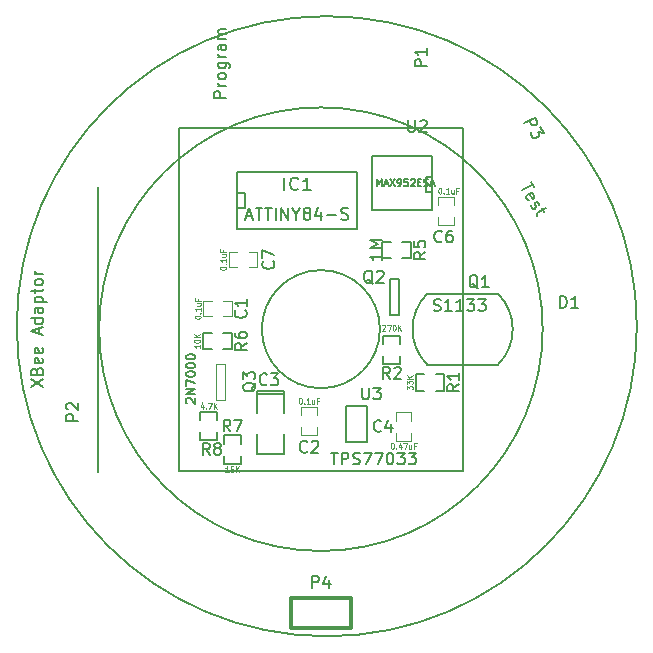
<source format=gbr>
%FSLAX46Y46*%
G04 Gerber Fmt 4.6, Leading zero omitted, Abs format (unit mm)*
G04 Created by KiCad (PCBNEW (2014-jul-16 BZR unknown)-product) date Wed 06 Aug 2014 23:01:27 CST*
%MOMM*%
G01*
G04 APERTURE LIST*
%ADD10C,0.150000*%
%ADD11C,0.200000*%
%ADD12C,0.127000*%
%ADD13C,0.304800*%
%ADD14C,0.119380*%
%ADD15C,0.203200*%
%ADD16C,0.114300*%
%ADD17C,0.129540*%
G04 APERTURE END LIST*
D10*
D11*
X205000000Y-100000000D02*
G75*
G03X205000000Y-100000000I-5000000J0D01*
G74*
G01*
X218776648Y-100000000D02*
G75*
G03X218776648Y-100000000I-18776648J0D01*
G74*
G01*
X181100000Y-112100000D02*
X181100000Y-88000000D01*
X188000000Y-83000000D02*
X188000000Y-112000000D01*
X212000000Y-83000000D02*
X188000000Y-83000000D01*
X212000000Y-112000000D02*
X212000000Y-83000000D01*
X188000000Y-112000000D02*
X212000000Y-112000000D01*
X226750000Y-99750000D02*
G75*
G03X226750000Y-99750000I-26250000J0D01*
G74*
G01*
D12*
X196893000Y-105460000D02*
X196893000Y-105206000D01*
X196893000Y-105206000D02*
X194607000Y-105206000D01*
X194607000Y-105206000D02*
X194607000Y-105460000D01*
X196893000Y-105460000D02*
X194607000Y-105460000D01*
X194607000Y-105460000D02*
X194607000Y-107111000D01*
X196893000Y-108889000D02*
X196893000Y-110540000D01*
X196893000Y-110540000D02*
X194607000Y-110540000D01*
X194607000Y-110540000D02*
X194607000Y-108889000D01*
X196893000Y-107111000D02*
X196893000Y-105460000D01*
X209440000Y-89886000D02*
X204360000Y-89886000D01*
X204360000Y-89886000D02*
X204360000Y-85314000D01*
X204360000Y-85314000D02*
X209440000Y-85314000D01*
X209440000Y-85314000D02*
X209440000Y-89886000D01*
X209440000Y-88362000D02*
X208932000Y-88362000D01*
X208932000Y-88362000D02*
X208932000Y-87092000D01*
X208932000Y-87092000D02*
X209440000Y-87092000D01*
X202111000Y-106476000D02*
X203889000Y-106476000D01*
X203889000Y-106476000D02*
X203889000Y-109524000D01*
X203889000Y-109524000D02*
X202111000Y-109524000D01*
X202111000Y-109524000D02*
X202111000Y-106476000D01*
D13*
X197460000Y-125270000D02*
X197460000Y-122730000D01*
X197460000Y-122730000D02*
X202540000Y-122730000D01*
X202540000Y-122730000D02*
X202540000Y-125270000D01*
X202540000Y-125270000D02*
X197460000Y-125270000D01*
D14*
X191750380Y-98900240D02*
X192448880Y-98900240D01*
X190749620Y-98900240D02*
X190051120Y-98900240D01*
X191750380Y-97599760D02*
X192448880Y-97599760D01*
X190051120Y-97599760D02*
X190749620Y-97599760D01*
X192448880Y-97615000D02*
X192448880Y-98885000D01*
X190051120Y-98885000D02*
X190051120Y-97615000D01*
X198349760Y-108250380D02*
X198349760Y-108948880D01*
X198349760Y-107249620D02*
X198349760Y-106551120D01*
X199650240Y-108250380D02*
X199650240Y-108948880D01*
X199650240Y-106551120D02*
X199650240Y-107249620D01*
X199635000Y-108948880D02*
X198365000Y-108948880D01*
X198365000Y-106551120D02*
X199635000Y-106551120D01*
X207650240Y-107749620D02*
X207650240Y-107051120D01*
X207650240Y-108750380D02*
X207650240Y-109448880D01*
X206349760Y-107749620D02*
X206349760Y-107051120D01*
X206349760Y-109448880D02*
X206349760Y-108750380D01*
X206365000Y-107051120D02*
X207635000Y-107051120D01*
X207635000Y-109448880D02*
X206365000Y-109448880D01*
D12*
X208749620Y-103801500D02*
X208043500Y-103801500D01*
X208043500Y-103801500D02*
X208043500Y-105198500D01*
X208043500Y-105198500D02*
X208749620Y-105198500D01*
X210456500Y-103801500D02*
X209750380Y-103801500D01*
X210456500Y-103801500D02*
X210456500Y-105198500D01*
X210456500Y-105198500D02*
X209750380Y-105198500D01*
X205301500Y-102250380D02*
X205301500Y-102956500D01*
X205301500Y-102956500D02*
X206698500Y-102956500D01*
X206698500Y-102956500D02*
X206698500Y-102250380D01*
X205301500Y-100543500D02*
X205301500Y-101249620D01*
X205301500Y-100543500D02*
X206698500Y-100543500D01*
X206698500Y-100543500D02*
X206698500Y-101249620D01*
X205899620Y-92601500D02*
X205193500Y-92601500D01*
X205193500Y-92601500D02*
X205193500Y-93998500D01*
X205193500Y-93998500D02*
X205899620Y-93998500D01*
X207606500Y-92601500D02*
X206900380Y-92601500D01*
X207606500Y-92601500D02*
X207606500Y-93998500D01*
X207606500Y-93998500D02*
X206900380Y-93998500D01*
X191801500Y-110700380D02*
X191801500Y-111406500D01*
X191801500Y-111406500D02*
X193198500Y-111406500D01*
X193198500Y-111406500D02*
X193198500Y-110700380D01*
X191801500Y-108993500D02*
X191801500Y-109699620D01*
X191801500Y-108993500D02*
X193198500Y-108993500D01*
X193198500Y-108993500D02*
X193198500Y-109699620D01*
X191198500Y-107699620D02*
X191198500Y-106993500D01*
X191198500Y-106993500D02*
X189801500Y-106993500D01*
X189801500Y-106993500D02*
X189801500Y-107699620D01*
X191198500Y-109406500D02*
X191198500Y-108700380D01*
X191198500Y-109406500D02*
X189801500Y-109406500D01*
X189801500Y-109406500D02*
X189801500Y-108700380D01*
X190749620Y-100301500D02*
X190043500Y-100301500D01*
X190043500Y-100301500D02*
X190043500Y-101698500D01*
X190043500Y-101698500D02*
X190749620Y-101698500D01*
X192456500Y-100301500D02*
X191750380Y-100301500D01*
X192456500Y-100301500D02*
X192456500Y-101698500D01*
X192456500Y-101698500D02*
X191750380Y-101698500D01*
D10*
X209000000Y-97000000D02*
G75*
G03X209000000Y-103000000I3000000J-3000000D01*
G74*
G01*
X215000000Y-103000000D02*
G75*
G03X215000000Y-97000000I-3000000J3000000D01*
G74*
G01*
X215000000Y-103000000D02*
X209000000Y-103000000D01*
X215000000Y-97000000D02*
X209000000Y-97000000D01*
D12*
X206631000Y-95726000D02*
X206631000Y-98774000D01*
X206631000Y-98774000D02*
X205869000Y-98774000D01*
X205869000Y-98774000D02*
X205869000Y-95726000D01*
X205869000Y-95726000D02*
X206631000Y-95726000D01*
D14*
X191119000Y-106024000D02*
X191119000Y-102976000D01*
X191119000Y-102976000D02*
X191881000Y-102976000D01*
X191881000Y-102976000D02*
X191881000Y-106024000D01*
X191881000Y-106024000D02*
X191119000Y-106024000D01*
D15*
X203080000Y-86714000D02*
X203080000Y-91540000D01*
X203080000Y-91540000D02*
X192920000Y-91540000D01*
X192920000Y-91540000D02*
X192920000Y-86714000D01*
X192920000Y-86714000D02*
X203080000Y-86714000D01*
X192920000Y-88492000D02*
X193555000Y-88492000D01*
X193555000Y-88492000D02*
X193555000Y-89762000D01*
X193555000Y-89762000D02*
X192920000Y-89762000D01*
D14*
X211250240Y-89499620D02*
X211250240Y-88801120D01*
X211250240Y-90500380D02*
X211250240Y-91198880D01*
X209949760Y-89499620D02*
X209949760Y-88801120D01*
X209949760Y-91198880D02*
X209949760Y-90500380D01*
X209965000Y-88801120D02*
X211235000Y-88801120D01*
X211235000Y-91198880D02*
X209965000Y-91198880D01*
X193900380Y-94750240D02*
X194598880Y-94750240D01*
X192899620Y-94750240D02*
X192201120Y-94750240D01*
X193900380Y-93449760D02*
X194598880Y-93449760D01*
X192201120Y-93449760D02*
X192899620Y-93449760D01*
X194598880Y-93465000D02*
X194598880Y-94735000D01*
X192201120Y-94735000D02*
X192201120Y-93465000D01*
D10*
X195433334Y-104657143D02*
X195385715Y-104704762D01*
X195242858Y-104752381D01*
X195147620Y-104752381D01*
X195004762Y-104704762D01*
X194909524Y-104609524D01*
X194861905Y-104514286D01*
X194814286Y-104323810D01*
X194814286Y-104180952D01*
X194861905Y-103990476D01*
X194909524Y-103895238D01*
X195004762Y-103800000D01*
X195147620Y-103752381D01*
X195242858Y-103752381D01*
X195385715Y-103800000D01*
X195433334Y-103847619D01*
X195766667Y-103752381D02*
X196385715Y-103752381D01*
X196052381Y-104133333D01*
X196195239Y-104133333D01*
X196290477Y-104180952D01*
X196338096Y-104228571D01*
X196385715Y-104323810D01*
X196385715Y-104561905D01*
X196338096Y-104657143D01*
X196290477Y-104704762D01*
X196195239Y-104752381D01*
X195909524Y-104752381D01*
X195814286Y-104704762D01*
X195766667Y-104657143D01*
X207388095Y-82302381D02*
X207388095Y-83111905D01*
X207435714Y-83207143D01*
X207483333Y-83254762D01*
X207578571Y-83302381D01*
X207769048Y-83302381D01*
X207864286Y-83254762D01*
X207911905Y-83207143D01*
X207959524Y-83111905D01*
X207959524Y-82302381D01*
X208388095Y-82397619D02*
X208435714Y-82350000D01*
X208530952Y-82302381D01*
X208769048Y-82302381D01*
X208864286Y-82350000D01*
X208911905Y-82397619D01*
X208959524Y-82492857D01*
X208959524Y-82588095D01*
X208911905Y-82730952D01*
X208340476Y-83302381D01*
X208959524Y-83302381D01*
X204735713Y-87871429D02*
X204735713Y-87271429D01*
X204935713Y-87700000D01*
X205135713Y-87271429D01*
X205135713Y-87871429D01*
X205392856Y-87700000D02*
X205678570Y-87700000D01*
X205335713Y-87871429D02*
X205535713Y-87271429D01*
X205735713Y-87871429D01*
X205878570Y-87271429D02*
X206278570Y-87871429D01*
X206278570Y-87271429D02*
X205878570Y-87871429D01*
X206535714Y-87871429D02*
X206649999Y-87871429D01*
X206707142Y-87842857D01*
X206735714Y-87814286D01*
X206792856Y-87728571D01*
X206821428Y-87614286D01*
X206821428Y-87385714D01*
X206792856Y-87328571D01*
X206764285Y-87300000D01*
X206707142Y-87271429D01*
X206592856Y-87271429D01*
X206535714Y-87300000D01*
X206507142Y-87328571D01*
X206478571Y-87385714D01*
X206478571Y-87528571D01*
X206507142Y-87585714D01*
X206535714Y-87614286D01*
X206592856Y-87642857D01*
X206707142Y-87642857D01*
X206764285Y-87614286D01*
X206792856Y-87585714D01*
X206821428Y-87528571D01*
X207364285Y-87271429D02*
X207078571Y-87271429D01*
X207050000Y-87557143D01*
X207078571Y-87528571D01*
X207135714Y-87500000D01*
X207278571Y-87500000D01*
X207335714Y-87528571D01*
X207364285Y-87557143D01*
X207392857Y-87614286D01*
X207392857Y-87757143D01*
X207364285Y-87814286D01*
X207335714Y-87842857D01*
X207278571Y-87871429D01*
X207135714Y-87871429D01*
X207078571Y-87842857D01*
X207050000Y-87814286D01*
X207621429Y-87328571D02*
X207650000Y-87300000D01*
X207707143Y-87271429D01*
X207850000Y-87271429D01*
X207907143Y-87300000D01*
X207935714Y-87328571D01*
X207964286Y-87385714D01*
X207964286Y-87442857D01*
X207935714Y-87528571D01*
X207592857Y-87871429D01*
X207964286Y-87871429D01*
X208221429Y-87557143D02*
X208421429Y-87557143D01*
X208507143Y-87871429D02*
X208221429Y-87871429D01*
X208221429Y-87271429D01*
X208507143Y-87271429D01*
X208735715Y-87842857D02*
X208821429Y-87871429D01*
X208964286Y-87871429D01*
X209021429Y-87842857D01*
X209050000Y-87814286D01*
X209078572Y-87757143D01*
X209078572Y-87700000D01*
X209050000Y-87642857D01*
X209021429Y-87614286D01*
X208964286Y-87585714D01*
X208850000Y-87557143D01*
X208792858Y-87528571D01*
X208764286Y-87500000D01*
X208735715Y-87442857D01*
X208735715Y-87385714D01*
X208764286Y-87328571D01*
X208792858Y-87300000D01*
X208850000Y-87271429D01*
X208992858Y-87271429D01*
X209078572Y-87300000D01*
X209307144Y-87700000D02*
X209592858Y-87700000D01*
X209250001Y-87871429D02*
X209450001Y-87271429D01*
X209650001Y-87871429D01*
X203488095Y-104952381D02*
X203488095Y-105761905D01*
X203535714Y-105857143D01*
X203583333Y-105904762D01*
X203678571Y-105952381D01*
X203869048Y-105952381D01*
X203964286Y-105904762D01*
X204011905Y-105857143D01*
X204059524Y-105761905D01*
X204059524Y-104952381D01*
X204440476Y-104952381D02*
X205059524Y-104952381D01*
X204726190Y-105333333D01*
X204869048Y-105333333D01*
X204964286Y-105380952D01*
X205011905Y-105428571D01*
X205059524Y-105523810D01*
X205059524Y-105761905D01*
X205011905Y-105857143D01*
X204964286Y-105904762D01*
X204869048Y-105952381D01*
X204583333Y-105952381D01*
X204488095Y-105904762D01*
X204440476Y-105857143D01*
X200857143Y-110452381D02*
X201428572Y-110452381D01*
X201142857Y-111452381D02*
X201142857Y-110452381D01*
X201761905Y-111452381D02*
X201761905Y-110452381D01*
X202142858Y-110452381D01*
X202238096Y-110500000D01*
X202285715Y-110547619D01*
X202333334Y-110642857D01*
X202333334Y-110785714D01*
X202285715Y-110880952D01*
X202238096Y-110928571D01*
X202142858Y-110976190D01*
X201761905Y-110976190D01*
X202714286Y-111404762D02*
X202857143Y-111452381D01*
X203095239Y-111452381D01*
X203190477Y-111404762D01*
X203238096Y-111357143D01*
X203285715Y-111261905D01*
X203285715Y-111166667D01*
X203238096Y-111071429D01*
X203190477Y-111023810D01*
X203095239Y-110976190D01*
X202904762Y-110928571D01*
X202809524Y-110880952D01*
X202761905Y-110833333D01*
X202714286Y-110738095D01*
X202714286Y-110642857D01*
X202761905Y-110547619D01*
X202809524Y-110500000D01*
X202904762Y-110452381D01*
X203142858Y-110452381D01*
X203285715Y-110500000D01*
X203619048Y-110452381D02*
X204285715Y-110452381D01*
X203857143Y-111452381D01*
X204571429Y-110452381D02*
X205238096Y-110452381D01*
X204809524Y-111452381D01*
X205809524Y-110452381D02*
X205904763Y-110452381D01*
X206000001Y-110500000D01*
X206047620Y-110547619D01*
X206095239Y-110642857D01*
X206142858Y-110833333D01*
X206142858Y-111071429D01*
X206095239Y-111261905D01*
X206047620Y-111357143D01*
X206000001Y-111404762D01*
X205904763Y-111452381D01*
X205809524Y-111452381D01*
X205714286Y-111404762D01*
X205666667Y-111357143D01*
X205619048Y-111261905D01*
X205571429Y-111071429D01*
X205571429Y-110833333D01*
X205619048Y-110642857D01*
X205666667Y-110547619D01*
X205714286Y-110500000D01*
X205809524Y-110452381D01*
X206476191Y-110452381D02*
X207095239Y-110452381D01*
X206761905Y-110833333D01*
X206904763Y-110833333D01*
X207000001Y-110880952D01*
X207047620Y-110928571D01*
X207095239Y-111023810D01*
X207095239Y-111261905D01*
X207047620Y-111357143D01*
X207000001Y-111404762D01*
X206904763Y-111452381D01*
X206619048Y-111452381D01*
X206523810Y-111404762D01*
X206476191Y-111357143D01*
X207428572Y-110452381D02*
X208047620Y-110452381D01*
X207714286Y-110833333D01*
X207857144Y-110833333D01*
X207952382Y-110880952D01*
X208000001Y-110928571D01*
X208047620Y-111023810D01*
X208047620Y-111261905D01*
X208000001Y-111357143D01*
X207952382Y-111404762D01*
X207857144Y-111452381D01*
X207571429Y-111452381D01*
X207476191Y-111404762D01*
X207428572Y-111357143D01*
X199261905Y-121912381D02*
X199261905Y-120912381D01*
X199642858Y-120912381D01*
X199738096Y-120960000D01*
X199785715Y-121007619D01*
X199833334Y-121102857D01*
X199833334Y-121245714D01*
X199785715Y-121340952D01*
X199738096Y-121388571D01*
X199642858Y-121436190D01*
X199261905Y-121436190D01*
X200690477Y-121245714D02*
X200690477Y-121912381D01*
X200452381Y-120864762D02*
X200214286Y-121579048D01*
X200833334Y-121579048D01*
X220261905Y-98202381D02*
X220261905Y-97202381D01*
X220500000Y-97202381D01*
X220642858Y-97250000D01*
X220738096Y-97345238D01*
X220785715Y-97440476D01*
X220833334Y-97630952D01*
X220833334Y-97773810D01*
X220785715Y-97964286D01*
X220738096Y-98059524D01*
X220642858Y-98154762D01*
X220500000Y-98202381D01*
X220261905Y-98202381D01*
X221785715Y-98202381D02*
X221214286Y-98202381D01*
X221500000Y-98202381D02*
X221500000Y-97202381D01*
X221404762Y-97345238D01*
X221309524Y-97440476D01*
X221214286Y-97488095D01*
X193607143Y-98416666D02*
X193654762Y-98464285D01*
X193702381Y-98607142D01*
X193702381Y-98702380D01*
X193654762Y-98845238D01*
X193559524Y-98940476D01*
X193464286Y-98988095D01*
X193273810Y-99035714D01*
X193130952Y-99035714D01*
X192940476Y-98988095D01*
X192845238Y-98940476D01*
X192750000Y-98845238D01*
X192702381Y-98702380D01*
X192702381Y-98607142D01*
X192750000Y-98464285D01*
X192797619Y-98416666D01*
X193702381Y-97464285D02*
X193702381Y-98035714D01*
X193702381Y-97750000D02*
X192702381Y-97750000D01*
X192845238Y-97845238D01*
X192940476Y-97940476D01*
X192988095Y-98035714D01*
D16*
X189320810Y-99001114D02*
X189320810Y-98957571D01*
X189345000Y-98914028D01*
X189369190Y-98892257D01*
X189417571Y-98870486D01*
X189514333Y-98848714D01*
X189635286Y-98848714D01*
X189732048Y-98870486D01*
X189780429Y-98892257D01*
X189804619Y-98914028D01*
X189828810Y-98957571D01*
X189828810Y-99001114D01*
X189804619Y-99044657D01*
X189780429Y-99066428D01*
X189732048Y-99088200D01*
X189635286Y-99109971D01*
X189514333Y-99109971D01*
X189417571Y-99088200D01*
X189369190Y-99066428D01*
X189345000Y-99044657D01*
X189320810Y-99001114D01*
X189780429Y-98652771D02*
X189804619Y-98630999D01*
X189828810Y-98652771D01*
X189804619Y-98674542D01*
X189780429Y-98652771D01*
X189828810Y-98652771D01*
X189828810Y-98195571D02*
X189828810Y-98456828D01*
X189828810Y-98326200D02*
X189320810Y-98326200D01*
X189393381Y-98369743D01*
X189441762Y-98413285D01*
X189465952Y-98456828D01*
X189490143Y-97803685D02*
X189828810Y-97803685D01*
X189490143Y-97999628D02*
X189756238Y-97999628D01*
X189804619Y-97977856D01*
X189828810Y-97934314D01*
X189828810Y-97868999D01*
X189804619Y-97825456D01*
X189780429Y-97803685D01*
X189562714Y-97433571D02*
X189562714Y-97585971D01*
X189828810Y-97585971D02*
X189320810Y-97585971D01*
X189320810Y-97368257D01*
D10*
X198833334Y-110357143D02*
X198785715Y-110404762D01*
X198642858Y-110452381D01*
X198547620Y-110452381D01*
X198404762Y-110404762D01*
X198309524Y-110309524D01*
X198261905Y-110214286D01*
X198214286Y-110023810D01*
X198214286Y-109880952D01*
X198261905Y-109690476D01*
X198309524Y-109595238D01*
X198404762Y-109500000D01*
X198547620Y-109452381D01*
X198642858Y-109452381D01*
X198785715Y-109500000D01*
X198833334Y-109547619D01*
X199214286Y-109547619D02*
X199261905Y-109500000D01*
X199357143Y-109452381D01*
X199595239Y-109452381D01*
X199690477Y-109500000D01*
X199738096Y-109547619D01*
X199785715Y-109642857D01*
X199785715Y-109738095D01*
X199738096Y-109880952D01*
X199166667Y-110452381D01*
X199785715Y-110452381D01*
D16*
X198248886Y-105820810D02*
X198292429Y-105820810D01*
X198335972Y-105845000D01*
X198357743Y-105869190D01*
X198379514Y-105917571D01*
X198401286Y-106014333D01*
X198401286Y-106135286D01*
X198379514Y-106232048D01*
X198357743Y-106280429D01*
X198335972Y-106304619D01*
X198292429Y-106328810D01*
X198248886Y-106328810D01*
X198205343Y-106304619D01*
X198183572Y-106280429D01*
X198161800Y-106232048D01*
X198140029Y-106135286D01*
X198140029Y-106014333D01*
X198161800Y-105917571D01*
X198183572Y-105869190D01*
X198205343Y-105845000D01*
X198248886Y-105820810D01*
X198597229Y-106280429D02*
X198619001Y-106304619D01*
X198597229Y-106328810D01*
X198575458Y-106304619D01*
X198597229Y-106280429D01*
X198597229Y-106328810D01*
X199054429Y-106328810D02*
X198793172Y-106328810D01*
X198923800Y-106328810D02*
X198923800Y-105820810D01*
X198880257Y-105893381D01*
X198836715Y-105941762D01*
X198793172Y-105965952D01*
X199446315Y-105990143D02*
X199446315Y-106328810D01*
X199250372Y-105990143D02*
X199250372Y-106256238D01*
X199272144Y-106304619D01*
X199315686Y-106328810D01*
X199381001Y-106328810D01*
X199424544Y-106304619D01*
X199446315Y-106280429D01*
X199816429Y-106062714D02*
X199664029Y-106062714D01*
X199664029Y-106328810D02*
X199664029Y-105820810D01*
X199881743Y-105820810D01*
D10*
X205083334Y-108607143D02*
X205035715Y-108654762D01*
X204892858Y-108702381D01*
X204797620Y-108702381D01*
X204654762Y-108654762D01*
X204559524Y-108559524D01*
X204511905Y-108464286D01*
X204464286Y-108273810D01*
X204464286Y-108130952D01*
X204511905Y-107940476D01*
X204559524Y-107845238D01*
X204654762Y-107750000D01*
X204797620Y-107702381D01*
X204892858Y-107702381D01*
X205035715Y-107750000D01*
X205083334Y-107797619D01*
X205940477Y-108035714D02*
X205940477Y-108702381D01*
X205702381Y-107654762D02*
X205464286Y-108369048D01*
X206083334Y-108369048D01*
D16*
X206031171Y-109622810D02*
X206074714Y-109622810D01*
X206118257Y-109647000D01*
X206140028Y-109671190D01*
X206161799Y-109719571D01*
X206183571Y-109816333D01*
X206183571Y-109937286D01*
X206161799Y-110034048D01*
X206140028Y-110082429D01*
X206118257Y-110106619D01*
X206074714Y-110130810D01*
X206031171Y-110130810D01*
X205987628Y-110106619D01*
X205965857Y-110082429D01*
X205944085Y-110034048D01*
X205922314Y-109937286D01*
X205922314Y-109816333D01*
X205944085Y-109719571D01*
X205965857Y-109671190D01*
X205987628Y-109647000D01*
X206031171Y-109622810D01*
X206379514Y-110082429D02*
X206401286Y-110106619D01*
X206379514Y-110130810D01*
X206357743Y-110106619D01*
X206379514Y-110082429D01*
X206379514Y-110130810D01*
X206793171Y-109792143D02*
X206793171Y-110130810D01*
X206684314Y-109598619D02*
X206575457Y-109961476D01*
X206858485Y-109961476D01*
X206989114Y-109622810D02*
X207293914Y-109622810D01*
X207097971Y-110130810D01*
X207664029Y-109792143D02*
X207664029Y-110130810D01*
X207468086Y-109792143D02*
X207468086Y-110058238D01*
X207489858Y-110106619D01*
X207533400Y-110130810D01*
X207598715Y-110130810D01*
X207642258Y-110106619D01*
X207664029Y-110082429D01*
X208034143Y-109864714D02*
X207881743Y-109864714D01*
X207881743Y-110130810D02*
X207881743Y-109622810D01*
X208099457Y-109622810D01*
D10*
X211702381Y-104666666D02*
X211226190Y-105000000D01*
X211702381Y-105238095D02*
X210702381Y-105238095D01*
X210702381Y-104857142D01*
X210750000Y-104761904D01*
X210797619Y-104714285D01*
X210892857Y-104666666D01*
X211035714Y-104666666D01*
X211130952Y-104714285D01*
X211178571Y-104761904D01*
X211226190Y-104857142D01*
X211226190Y-105238095D01*
X211702381Y-103714285D02*
X211702381Y-104285714D01*
X211702381Y-104000000D02*
X210702381Y-104000000D01*
X210845238Y-104095238D01*
X210940476Y-104190476D01*
X210988095Y-104285714D01*
D16*
X207272550Y-105098715D02*
X207272550Y-104815686D01*
X207466073Y-104968086D01*
X207466073Y-104902772D01*
X207490264Y-104859229D01*
X207514454Y-104837458D01*
X207562835Y-104815686D01*
X207683788Y-104815686D01*
X207732169Y-104837458D01*
X207756359Y-104859229D01*
X207780550Y-104902772D01*
X207780550Y-105033400D01*
X207756359Y-105076943D01*
X207732169Y-105098715D01*
X207272550Y-104663286D02*
X207272550Y-104380257D01*
X207466073Y-104532657D01*
X207466073Y-104467343D01*
X207490264Y-104423800D01*
X207514454Y-104402029D01*
X207562835Y-104380257D01*
X207683788Y-104380257D01*
X207732169Y-104402029D01*
X207756359Y-104423800D01*
X207780550Y-104467343D01*
X207780550Y-104597971D01*
X207756359Y-104641514D01*
X207732169Y-104663286D01*
X207780550Y-104184314D02*
X207272550Y-104184314D01*
X207780550Y-103923057D02*
X207490264Y-104119000D01*
X207272550Y-103923057D02*
X207562835Y-104184314D01*
D10*
X205833334Y-104202381D02*
X205500000Y-103726190D01*
X205261905Y-104202381D02*
X205261905Y-103202381D01*
X205642858Y-103202381D01*
X205738096Y-103250000D01*
X205785715Y-103297619D01*
X205833334Y-103392857D01*
X205833334Y-103535714D01*
X205785715Y-103630952D01*
X205738096Y-103678571D01*
X205642858Y-103726190D01*
X205261905Y-103726190D01*
X206214286Y-103297619D02*
X206261905Y-103250000D01*
X206357143Y-103202381D01*
X206595239Y-103202381D01*
X206690477Y-103250000D01*
X206738096Y-103297619D01*
X206785715Y-103392857D01*
X206785715Y-103488095D01*
X206738096Y-103630952D01*
X206166667Y-104202381D01*
X206785715Y-104202381D01*
D16*
X205205343Y-99670190D02*
X205227114Y-99646000D01*
X205270657Y-99621810D01*
X205379514Y-99621810D01*
X205423057Y-99646000D01*
X205444828Y-99670190D01*
X205466600Y-99718571D01*
X205466600Y-99766952D01*
X205444828Y-99839524D01*
X205183571Y-100129810D01*
X205466600Y-100129810D01*
X205619000Y-99621810D02*
X205923800Y-99621810D01*
X205727857Y-100129810D01*
X206185058Y-99621810D02*
X206228601Y-99621810D01*
X206272144Y-99646000D01*
X206293915Y-99670190D01*
X206315686Y-99718571D01*
X206337458Y-99815333D01*
X206337458Y-99936286D01*
X206315686Y-100033048D01*
X206293915Y-100081429D01*
X206272144Y-100105619D01*
X206228601Y-100129810D01*
X206185058Y-100129810D01*
X206141515Y-100105619D01*
X206119744Y-100081429D01*
X206097972Y-100033048D01*
X206076201Y-99936286D01*
X206076201Y-99815333D01*
X206097972Y-99718571D01*
X206119744Y-99670190D01*
X206141515Y-99646000D01*
X206185058Y-99621810D01*
X206533401Y-100129810D02*
X206533401Y-99621810D01*
X206794658Y-100129810D02*
X206598715Y-99839524D01*
X206794658Y-99621810D02*
X206533401Y-99912095D01*
D10*
X208852381Y-93466666D02*
X208376190Y-93800000D01*
X208852381Y-94038095D02*
X207852381Y-94038095D01*
X207852381Y-93657142D01*
X207900000Y-93561904D01*
X207947619Y-93514285D01*
X208042857Y-93466666D01*
X208185714Y-93466666D01*
X208280952Y-93514285D01*
X208328571Y-93561904D01*
X208376190Y-93657142D01*
X208376190Y-94038095D01*
X207852381Y-92561904D02*
X207852381Y-93038095D01*
X208328571Y-93085714D01*
X208280952Y-93038095D01*
X208233333Y-92942857D01*
X208233333Y-92704761D01*
X208280952Y-92609523D01*
X208328571Y-92561904D01*
X208423810Y-92514285D01*
X208661905Y-92514285D01*
X208757143Y-92561904D01*
X208804762Y-92609523D01*
X208852381Y-92704761D01*
X208852381Y-92942857D01*
X208804762Y-93038095D01*
X208757143Y-93085714D01*
X205153121Y-93585714D02*
X205153121Y-94157143D01*
X205153121Y-93871429D02*
X204153121Y-93871429D01*
X204295978Y-93966667D01*
X204391216Y-94061905D01*
X204438835Y-94157143D01*
X205153121Y-93157143D02*
X204153121Y-93157143D01*
X204867407Y-92823809D01*
X204153121Y-92490476D01*
X205153121Y-92490476D01*
X192333334Y-108652381D02*
X192000000Y-108176190D01*
X191761905Y-108652381D02*
X191761905Y-107652381D01*
X192142858Y-107652381D01*
X192238096Y-107700000D01*
X192285715Y-107747619D01*
X192333334Y-107842857D01*
X192333334Y-107985714D01*
X192285715Y-108080952D01*
X192238096Y-108128571D01*
X192142858Y-108176190D01*
X191761905Y-108176190D01*
X192666667Y-107652381D02*
X193333334Y-107652381D01*
X192904762Y-108652381D01*
D16*
X192184314Y-112129070D02*
X191923057Y-112129070D01*
X192053685Y-112129070D02*
X192053685Y-111621070D01*
X192010142Y-111693641D01*
X191966600Y-111742022D01*
X191923057Y-111766212D01*
X192597971Y-111621070D02*
X192380257Y-111621070D01*
X192358486Y-111862974D01*
X192380257Y-111838784D01*
X192423800Y-111814593D01*
X192532657Y-111814593D01*
X192576200Y-111838784D01*
X192597971Y-111862974D01*
X192619743Y-111911355D01*
X192619743Y-112032308D01*
X192597971Y-112080689D01*
X192576200Y-112104879D01*
X192532657Y-112129070D01*
X192423800Y-112129070D01*
X192380257Y-112104879D01*
X192358486Y-112080689D01*
X192815686Y-112129070D02*
X192815686Y-111621070D01*
X193076943Y-112129070D02*
X192881000Y-111838784D01*
X193076943Y-111621070D02*
X192815686Y-111911355D01*
D10*
X190583334Y-110652381D02*
X190250000Y-110176190D01*
X190011905Y-110652381D02*
X190011905Y-109652381D01*
X190392858Y-109652381D01*
X190488096Y-109700000D01*
X190535715Y-109747619D01*
X190583334Y-109842857D01*
X190583334Y-109985714D01*
X190535715Y-110080952D01*
X190488096Y-110128571D01*
X190392858Y-110176190D01*
X190011905Y-110176190D01*
X191154762Y-110080952D02*
X191059524Y-110033333D01*
X191011905Y-109985714D01*
X190964286Y-109890476D01*
X190964286Y-109842857D01*
X191011905Y-109747619D01*
X191059524Y-109700000D01*
X191154762Y-109652381D01*
X191345239Y-109652381D01*
X191440477Y-109700000D01*
X191488096Y-109747619D01*
X191535715Y-109842857D01*
X191535715Y-109890476D01*
X191488096Y-109985714D01*
X191440477Y-110033333D01*
X191345239Y-110080952D01*
X191154762Y-110080952D01*
X191059524Y-110128571D01*
X191011905Y-110176190D01*
X190964286Y-110271429D01*
X190964286Y-110461905D01*
X191011905Y-110557143D01*
X191059524Y-110604762D01*
X191154762Y-110652381D01*
X191345239Y-110652381D01*
X191440477Y-110604762D01*
X191488096Y-110557143D01*
X191535715Y-110461905D01*
X191535715Y-110271429D01*
X191488096Y-110176190D01*
X191440477Y-110128571D01*
X191345239Y-110080952D01*
D16*
X190031914Y-106391883D02*
X190031914Y-106730550D01*
X189923057Y-106198359D02*
X189814200Y-106561216D01*
X190097228Y-106561216D01*
X190271400Y-106682169D02*
X190293172Y-106706359D01*
X190271400Y-106730550D01*
X190249629Y-106706359D01*
X190271400Y-106682169D01*
X190271400Y-106730550D01*
X190445571Y-106222550D02*
X190750371Y-106222550D01*
X190554428Y-106730550D01*
X190924543Y-106730550D02*
X190924543Y-106222550D01*
X191185800Y-106730550D02*
X190989857Y-106440264D01*
X191185800Y-106222550D02*
X190924543Y-106512835D01*
D10*
X193702381Y-101166666D02*
X193226190Y-101500000D01*
X193702381Y-101738095D02*
X192702381Y-101738095D01*
X192702381Y-101357142D01*
X192750000Y-101261904D01*
X192797619Y-101214285D01*
X192892857Y-101166666D01*
X193035714Y-101166666D01*
X193130952Y-101214285D01*
X193178571Y-101261904D01*
X193226190Y-101357142D01*
X193226190Y-101738095D01*
X192702381Y-100309523D02*
X192702381Y-100500000D01*
X192750000Y-100595238D01*
X192797619Y-100642857D01*
X192940476Y-100738095D01*
X193130952Y-100785714D01*
X193511905Y-100785714D01*
X193607143Y-100738095D01*
X193654762Y-100690476D01*
X193702381Y-100595238D01*
X193702381Y-100404761D01*
X193654762Y-100309523D01*
X193607143Y-100261904D01*
X193511905Y-100214285D01*
X193273810Y-100214285D01*
X193178571Y-100261904D01*
X193130952Y-100309523D01*
X193083333Y-100404761D01*
X193083333Y-100595238D01*
X193130952Y-100690476D01*
X193178571Y-100738095D01*
X193273810Y-100785714D01*
D16*
X189780550Y-101315686D02*
X189780550Y-101576943D01*
X189780550Y-101446315D02*
X189272550Y-101446315D01*
X189345121Y-101489858D01*
X189393502Y-101533400D01*
X189417692Y-101576943D01*
X189272550Y-101032657D02*
X189272550Y-100989114D01*
X189296740Y-100945571D01*
X189320930Y-100923800D01*
X189369311Y-100902029D01*
X189466073Y-100880257D01*
X189587026Y-100880257D01*
X189683788Y-100902029D01*
X189732169Y-100923800D01*
X189756359Y-100945571D01*
X189780550Y-100989114D01*
X189780550Y-101032657D01*
X189756359Y-101076200D01*
X189732169Y-101097971D01*
X189683788Y-101119743D01*
X189587026Y-101141514D01*
X189466073Y-101141514D01*
X189369311Y-101119743D01*
X189320930Y-101097971D01*
X189296740Y-101076200D01*
X189272550Y-101032657D01*
X189780550Y-100684314D02*
X189272550Y-100684314D01*
X189780550Y-100423057D02*
X189490264Y-100619000D01*
X189272550Y-100423057D02*
X189562835Y-100684314D01*
D10*
X213304762Y-96547619D02*
X213209524Y-96500000D01*
X213114286Y-96404762D01*
X212971429Y-96261905D01*
X212876190Y-96214286D01*
X212780952Y-96214286D01*
X212828571Y-96452381D02*
X212733333Y-96404762D01*
X212638095Y-96309524D01*
X212590476Y-96119048D01*
X212590476Y-95785714D01*
X212638095Y-95595238D01*
X212733333Y-95500000D01*
X212828571Y-95452381D01*
X213019048Y-95452381D01*
X213114286Y-95500000D01*
X213209524Y-95595238D01*
X213257143Y-95785714D01*
X213257143Y-96119048D01*
X213209524Y-96309524D01*
X213114286Y-96404762D01*
X213019048Y-96452381D01*
X212828571Y-96452381D01*
X214209524Y-96452381D02*
X213638095Y-96452381D01*
X213923809Y-96452381D02*
X213923809Y-95452381D01*
X213828571Y-95595238D01*
X213733333Y-95690476D01*
X213638095Y-95738095D01*
X209559524Y-98404762D02*
X209702381Y-98452381D01*
X209940477Y-98452381D01*
X210035715Y-98404762D01*
X210083334Y-98357143D01*
X210130953Y-98261905D01*
X210130953Y-98166667D01*
X210083334Y-98071429D01*
X210035715Y-98023810D01*
X209940477Y-97976190D01*
X209750000Y-97928571D01*
X209654762Y-97880952D01*
X209607143Y-97833333D01*
X209559524Y-97738095D01*
X209559524Y-97642857D01*
X209607143Y-97547619D01*
X209654762Y-97500000D01*
X209750000Y-97452381D01*
X209988096Y-97452381D01*
X210130953Y-97500000D01*
X211083334Y-98452381D02*
X210511905Y-98452381D01*
X210797619Y-98452381D02*
X210797619Y-97452381D01*
X210702381Y-97595238D01*
X210607143Y-97690476D01*
X210511905Y-97738095D01*
X212035715Y-98452381D02*
X211464286Y-98452381D01*
X211750000Y-98452381D02*
X211750000Y-97452381D01*
X211654762Y-97595238D01*
X211559524Y-97690476D01*
X211464286Y-97738095D01*
X212369048Y-97452381D02*
X212988096Y-97452381D01*
X212654762Y-97833333D01*
X212797620Y-97833333D01*
X212892858Y-97880952D01*
X212940477Y-97928571D01*
X212988096Y-98023810D01*
X212988096Y-98261905D01*
X212940477Y-98357143D01*
X212892858Y-98404762D01*
X212797620Y-98452381D01*
X212511905Y-98452381D01*
X212416667Y-98404762D01*
X212369048Y-98357143D01*
X213321429Y-97452381D02*
X213940477Y-97452381D01*
X213607143Y-97833333D01*
X213750001Y-97833333D01*
X213845239Y-97880952D01*
X213892858Y-97928571D01*
X213940477Y-98023810D01*
X213940477Y-98261905D01*
X213892858Y-98357143D01*
X213845239Y-98404762D01*
X213750001Y-98452381D01*
X213464286Y-98452381D01*
X213369048Y-98404762D01*
X213321429Y-98357143D01*
X179452381Y-107738095D02*
X178452381Y-107738095D01*
X178452381Y-107357142D01*
X178500000Y-107261904D01*
X178547619Y-107214285D01*
X178642857Y-107166666D01*
X178785714Y-107166666D01*
X178880952Y-107214285D01*
X178928571Y-107261904D01*
X178976190Y-107357142D01*
X178976190Y-107738095D01*
X178547619Y-106785714D02*
X178500000Y-106738095D01*
X178452381Y-106642857D01*
X178452381Y-106404761D01*
X178500000Y-106309523D01*
X178547619Y-106261904D01*
X178642857Y-106214285D01*
X178738095Y-106214285D01*
X178880952Y-106261904D01*
X179452381Y-106833333D01*
X179452381Y-106214285D01*
X175452381Y-104904763D02*
X176452381Y-104238096D01*
X175452381Y-104238096D02*
X176452381Y-104904763D01*
X175928571Y-103523810D02*
X175976190Y-103380953D01*
X176023810Y-103333334D01*
X176119048Y-103285715D01*
X176261905Y-103285715D01*
X176357143Y-103333334D01*
X176404762Y-103380953D01*
X176452381Y-103476191D01*
X176452381Y-103857144D01*
X175452381Y-103857144D01*
X175452381Y-103523810D01*
X175500000Y-103428572D01*
X175547619Y-103380953D01*
X175642857Y-103333334D01*
X175738095Y-103333334D01*
X175833333Y-103380953D01*
X175880952Y-103428572D01*
X175928571Y-103523810D01*
X175928571Y-103857144D01*
X176404762Y-102476191D02*
X176452381Y-102571429D01*
X176452381Y-102761906D01*
X176404762Y-102857144D01*
X176309524Y-102904763D01*
X175928571Y-102904763D01*
X175833333Y-102857144D01*
X175785714Y-102761906D01*
X175785714Y-102571429D01*
X175833333Y-102476191D01*
X175928571Y-102428572D01*
X176023810Y-102428572D01*
X176119048Y-102904763D01*
X176404762Y-101619048D02*
X176452381Y-101714286D01*
X176452381Y-101904763D01*
X176404762Y-102000001D01*
X176309524Y-102047620D01*
X175928571Y-102047620D01*
X175833333Y-102000001D01*
X175785714Y-101904763D01*
X175785714Y-101714286D01*
X175833333Y-101619048D01*
X175928571Y-101571429D01*
X176023810Y-101571429D01*
X176119048Y-102047620D01*
X176166667Y-100428572D02*
X176166667Y-99952381D01*
X176452381Y-100523810D02*
X175452381Y-100190477D01*
X176452381Y-99857143D01*
X176452381Y-99095238D02*
X175452381Y-99095238D01*
X176404762Y-99095238D02*
X176452381Y-99190476D01*
X176452381Y-99380953D01*
X176404762Y-99476191D01*
X176357143Y-99523810D01*
X176261905Y-99571429D01*
X175976190Y-99571429D01*
X175880952Y-99523810D01*
X175833333Y-99476191D01*
X175785714Y-99380953D01*
X175785714Y-99190476D01*
X175833333Y-99095238D01*
X176452381Y-98190476D02*
X175928571Y-98190476D01*
X175833333Y-98238095D01*
X175785714Y-98333333D01*
X175785714Y-98523810D01*
X175833333Y-98619048D01*
X176404762Y-98190476D02*
X176452381Y-98285714D01*
X176452381Y-98523810D01*
X176404762Y-98619048D01*
X176309524Y-98666667D01*
X176214286Y-98666667D01*
X176119048Y-98619048D01*
X176071429Y-98523810D01*
X176071429Y-98285714D01*
X176023810Y-98190476D01*
X175785714Y-97714286D02*
X176785714Y-97714286D01*
X175833333Y-97714286D02*
X175785714Y-97619048D01*
X175785714Y-97428571D01*
X175833333Y-97333333D01*
X175880952Y-97285714D01*
X175976190Y-97238095D01*
X176261905Y-97238095D01*
X176357143Y-97285714D01*
X176404762Y-97333333D01*
X176452381Y-97428571D01*
X176452381Y-97619048D01*
X176404762Y-97714286D01*
X175785714Y-96952381D02*
X175785714Y-96571429D01*
X175452381Y-96809524D02*
X176309524Y-96809524D01*
X176404762Y-96761905D01*
X176452381Y-96666667D01*
X176452381Y-96571429D01*
X176452381Y-96095238D02*
X176404762Y-96190476D01*
X176357143Y-96238095D01*
X176261905Y-96285714D01*
X175976190Y-96285714D01*
X175880952Y-96238095D01*
X175833333Y-96190476D01*
X175785714Y-96095238D01*
X175785714Y-95952380D01*
X175833333Y-95857142D01*
X175880952Y-95809523D01*
X175976190Y-95761904D01*
X176261905Y-95761904D01*
X176357143Y-95809523D01*
X176404762Y-95857142D01*
X176452381Y-95952380D01*
X176452381Y-96095238D01*
X176452381Y-95333333D02*
X175785714Y-95333333D01*
X175976190Y-95333333D02*
X175880952Y-95285714D01*
X175833333Y-95238095D01*
X175785714Y-95142857D01*
X175785714Y-95047618D01*
X217239179Y-82586981D02*
X218105204Y-82086981D01*
X218295681Y-82416896D01*
X218302061Y-82523184D01*
X218284631Y-82588233D01*
X218225962Y-82677092D01*
X218102244Y-82748520D01*
X217995956Y-82754900D01*
X217930907Y-82737470D01*
X217842049Y-82678801D01*
X217651573Y-82348886D01*
X218557585Y-82870528D02*
X218867109Y-83406640D01*
X218370528Y-83308440D01*
X218441957Y-83432159D01*
X218448337Y-83538447D01*
X218430907Y-83603495D01*
X218372237Y-83692354D01*
X218166041Y-83811402D01*
X218059753Y-83817781D01*
X217994704Y-83800352D01*
X217905846Y-83741683D01*
X217762989Y-83494246D01*
X217756609Y-83387958D01*
X217774039Y-83322909D01*
X217771871Y-87509631D02*
X218057585Y-88004503D01*
X217048703Y-88257067D02*
X217914728Y-87757067D01*
X217589942Y-89099283D02*
X217501084Y-89040614D01*
X217405846Y-88875656D01*
X217399466Y-88769368D01*
X217458135Y-88680510D01*
X217788050Y-88490034D01*
X217894338Y-88483654D01*
X217983196Y-88542323D01*
X218078435Y-88707281D01*
X218084814Y-88813569D01*
X218026145Y-88902427D01*
X217943666Y-88950047D01*
X217623092Y-88585272D01*
X217804228Y-89470437D02*
X217810608Y-89576725D01*
X217905846Y-89741682D01*
X217994704Y-89800352D01*
X218100992Y-89793972D01*
X218142232Y-89770162D01*
X218200901Y-89681304D01*
X218194520Y-89575015D01*
X218123092Y-89451297D01*
X218116712Y-89345009D01*
X218175382Y-89256151D01*
X218216621Y-89232341D01*
X218322909Y-89225961D01*
X218411768Y-89284630D01*
X218483196Y-89408348D01*
X218489576Y-89514637D01*
X218697482Y-89779502D02*
X218887958Y-90109417D01*
X219057585Y-89736554D02*
X218315278Y-90165125D01*
X218256609Y-90253984D01*
X218262989Y-90360272D01*
X218310608Y-90442750D01*
X208952381Y-77738095D02*
X207952381Y-77738095D01*
X207952381Y-77357142D01*
X208000000Y-77261904D01*
X208047619Y-77214285D01*
X208142857Y-77166666D01*
X208285714Y-77166666D01*
X208380952Y-77214285D01*
X208428571Y-77261904D01*
X208476190Y-77357142D01*
X208476190Y-77738095D01*
X208952381Y-76214285D02*
X208952381Y-76785714D01*
X208952381Y-76500000D02*
X207952381Y-76500000D01*
X208095238Y-76595238D01*
X208190476Y-76690476D01*
X208238095Y-76785714D01*
X191952381Y-80404762D02*
X190952381Y-80404762D01*
X190952381Y-80023809D01*
X191000000Y-79928571D01*
X191047619Y-79880952D01*
X191142857Y-79833333D01*
X191285714Y-79833333D01*
X191380952Y-79880952D01*
X191428571Y-79928571D01*
X191476190Y-80023809D01*
X191476190Y-80404762D01*
X191952381Y-79404762D02*
X191285714Y-79404762D01*
X191476190Y-79404762D02*
X191380952Y-79357143D01*
X191333333Y-79309524D01*
X191285714Y-79214286D01*
X191285714Y-79119047D01*
X191952381Y-78642857D02*
X191904762Y-78738095D01*
X191857143Y-78785714D01*
X191761905Y-78833333D01*
X191476190Y-78833333D01*
X191380952Y-78785714D01*
X191333333Y-78738095D01*
X191285714Y-78642857D01*
X191285714Y-78499999D01*
X191333333Y-78404761D01*
X191380952Y-78357142D01*
X191476190Y-78309523D01*
X191761905Y-78309523D01*
X191857143Y-78357142D01*
X191904762Y-78404761D01*
X191952381Y-78499999D01*
X191952381Y-78642857D01*
X191285714Y-77452380D02*
X192095238Y-77452380D01*
X192190476Y-77499999D01*
X192238095Y-77547618D01*
X192285714Y-77642857D01*
X192285714Y-77785714D01*
X192238095Y-77880952D01*
X191904762Y-77452380D02*
X191952381Y-77547618D01*
X191952381Y-77738095D01*
X191904762Y-77833333D01*
X191857143Y-77880952D01*
X191761905Y-77928571D01*
X191476190Y-77928571D01*
X191380952Y-77880952D01*
X191333333Y-77833333D01*
X191285714Y-77738095D01*
X191285714Y-77547618D01*
X191333333Y-77452380D01*
X191952381Y-76976190D02*
X191285714Y-76976190D01*
X191476190Y-76976190D02*
X191380952Y-76928571D01*
X191333333Y-76880952D01*
X191285714Y-76785714D01*
X191285714Y-76690475D01*
X191952381Y-75928570D02*
X191428571Y-75928570D01*
X191333333Y-75976189D01*
X191285714Y-76071427D01*
X191285714Y-76261904D01*
X191333333Y-76357142D01*
X191904762Y-75928570D02*
X191952381Y-76023808D01*
X191952381Y-76261904D01*
X191904762Y-76357142D01*
X191809524Y-76404761D01*
X191714286Y-76404761D01*
X191619048Y-76357142D01*
X191571429Y-76261904D01*
X191571429Y-76023808D01*
X191523810Y-75928570D01*
X191952381Y-75452380D02*
X191285714Y-75452380D01*
X191380952Y-75452380D02*
X191333333Y-75404761D01*
X191285714Y-75309523D01*
X191285714Y-75166665D01*
X191333333Y-75071427D01*
X191428571Y-75023808D01*
X191952381Y-75023808D01*
X191428571Y-75023808D02*
X191333333Y-74976189D01*
X191285714Y-74880951D01*
X191285714Y-74738094D01*
X191333333Y-74642856D01*
X191428571Y-74595237D01*
X191952381Y-74595237D01*
X204404762Y-96147619D02*
X204309524Y-96100000D01*
X204214286Y-96004762D01*
X204071429Y-95861905D01*
X203976190Y-95814286D01*
X203880952Y-95814286D01*
X203928571Y-96052381D02*
X203833333Y-96004762D01*
X203738095Y-95909524D01*
X203690476Y-95719048D01*
X203690476Y-95385714D01*
X203738095Y-95195238D01*
X203833333Y-95100000D01*
X203928571Y-95052381D01*
X204119048Y-95052381D01*
X204214286Y-95100000D01*
X204309524Y-95195238D01*
X204357143Y-95385714D01*
X204357143Y-95719048D01*
X204309524Y-95909524D01*
X204214286Y-96004762D01*
X204119048Y-96052381D01*
X203928571Y-96052381D01*
X204738095Y-95147619D02*
X204785714Y-95100000D01*
X204880952Y-95052381D01*
X205119048Y-95052381D01*
X205214286Y-95100000D01*
X205261905Y-95147619D01*
X205309524Y-95242857D01*
X205309524Y-95338095D01*
X205261905Y-95480952D01*
X204690476Y-96052381D01*
X205309524Y-96052381D01*
X194497619Y-104545238D02*
X194450000Y-104640476D01*
X194354762Y-104735714D01*
X194211905Y-104878571D01*
X194164286Y-104973810D01*
X194164286Y-105069048D01*
X194402381Y-105021429D02*
X194354762Y-105116667D01*
X194259524Y-105211905D01*
X194069048Y-105259524D01*
X193735714Y-105259524D01*
X193545238Y-105211905D01*
X193450000Y-105116667D01*
X193402381Y-105021429D01*
X193402381Y-104830952D01*
X193450000Y-104735714D01*
X193545238Y-104640476D01*
X193735714Y-104592857D01*
X194069048Y-104592857D01*
X194259524Y-104640476D01*
X194354762Y-104735714D01*
X194402381Y-104830952D01*
X194402381Y-105021429D01*
X193402381Y-104259524D02*
X193402381Y-103640476D01*
X193783333Y-103973810D01*
X193783333Y-103830952D01*
X193830952Y-103735714D01*
X193878571Y-103688095D01*
X193973810Y-103640476D01*
X194211905Y-103640476D01*
X194307143Y-103688095D01*
X194354762Y-103735714D01*
X194402381Y-103830952D01*
X194402381Y-104116667D01*
X194354762Y-104211905D01*
X194307143Y-104259524D01*
D17*
X188655286Y-106268285D02*
X188619000Y-106231999D01*
X188582714Y-106159428D01*
X188582714Y-105977999D01*
X188619000Y-105905428D01*
X188655286Y-105869142D01*
X188727857Y-105832857D01*
X188800429Y-105832857D01*
X188909286Y-105869142D01*
X189344714Y-106304571D01*
X189344714Y-105832857D01*
X189344714Y-105506285D02*
X188582714Y-105506285D01*
X189344714Y-105070857D01*
X188582714Y-105070857D01*
X188582714Y-104780571D02*
X188582714Y-104272571D01*
X189344714Y-104599142D01*
X188582714Y-103837143D02*
X188582714Y-103764571D01*
X188619000Y-103692000D01*
X188655286Y-103655714D01*
X188727857Y-103619428D01*
X188873000Y-103583143D01*
X189054429Y-103583143D01*
X189199571Y-103619428D01*
X189272143Y-103655714D01*
X189308429Y-103692000D01*
X189344714Y-103764571D01*
X189344714Y-103837143D01*
X189308429Y-103909714D01*
X189272143Y-103946000D01*
X189199571Y-103982285D01*
X189054429Y-104018571D01*
X188873000Y-104018571D01*
X188727857Y-103982285D01*
X188655286Y-103946000D01*
X188619000Y-103909714D01*
X188582714Y-103837143D01*
X188582714Y-103111429D02*
X188582714Y-103038857D01*
X188619000Y-102966286D01*
X188655286Y-102930000D01*
X188727857Y-102893714D01*
X188873000Y-102857429D01*
X189054429Y-102857429D01*
X189199571Y-102893714D01*
X189272143Y-102930000D01*
X189308429Y-102966286D01*
X189344714Y-103038857D01*
X189344714Y-103111429D01*
X189308429Y-103184000D01*
X189272143Y-103220286D01*
X189199571Y-103256571D01*
X189054429Y-103292857D01*
X188873000Y-103292857D01*
X188727857Y-103256571D01*
X188655286Y-103220286D01*
X188619000Y-103184000D01*
X188582714Y-103111429D01*
X188582714Y-102385715D02*
X188582714Y-102313143D01*
X188619000Y-102240572D01*
X188655286Y-102204286D01*
X188727857Y-102168000D01*
X188873000Y-102131715D01*
X189054429Y-102131715D01*
X189199571Y-102168000D01*
X189272143Y-102204286D01*
X189308429Y-102240572D01*
X189344714Y-102313143D01*
X189344714Y-102385715D01*
X189308429Y-102458286D01*
X189272143Y-102494572D01*
X189199571Y-102530857D01*
X189054429Y-102567143D01*
X188873000Y-102567143D01*
X188727857Y-102530857D01*
X188655286Y-102494572D01*
X188619000Y-102458286D01*
X188582714Y-102385715D01*
D12*
X196884215Y-88189619D02*
X196884215Y-87173619D01*
X198081644Y-88092857D02*
X198027215Y-88141238D01*
X197863929Y-88189619D01*
X197755072Y-88189619D01*
X197591787Y-88141238D01*
X197482929Y-88044476D01*
X197428501Y-87947714D01*
X197374072Y-87754190D01*
X197374072Y-87609048D01*
X197428501Y-87415524D01*
X197482929Y-87318762D01*
X197591787Y-87222000D01*
X197755072Y-87173619D01*
X197863929Y-87173619D01*
X198027215Y-87222000D01*
X198081644Y-87270381D01*
X199170215Y-88189619D02*
X198517072Y-88189619D01*
X198843644Y-88189619D02*
X198843644Y-87173619D01*
X198734787Y-87318762D01*
X198625929Y-87415524D01*
X198517072Y-87463905D01*
X193694096Y-90439333D02*
X194177905Y-90439333D01*
X193597334Y-90729619D02*
X193936001Y-89713619D01*
X194274667Y-90729619D01*
X194468191Y-89713619D02*
X195048762Y-89713619D01*
X194758477Y-90729619D02*
X194758477Y-89713619D01*
X195242286Y-89713619D02*
X195822857Y-89713619D01*
X195532572Y-90729619D02*
X195532572Y-89713619D01*
X196161524Y-90729619D02*
X196161524Y-89713619D01*
X196645334Y-90729619D02*
X196645334Y-89713619D01*
X197225905Y-90729619D01*
X197225905Y-89713619D01*
X197903239Y-90245810D02*
X197903239Y-90729619D01*
X197564572Y-89713619D02*
X197903239Y-90245810D01*
X198241905Y-89713619D01*
X198725715Y-90149048D02*
X198628953Y-90100667D01*
X198580572Y-90052286D01*
X198532191Y-89955524D01*
X198532191Y-89907143D01*
X198580572Y-89810381D01*
X198628953Y-89762000D01*
X198725715Y-89713619D01*
X198919238Y-89713619D01*
X199016000Y-89762000D01*
X199064381Y-89810381D01*
X199112762Y-89907143D01*
X199112762Y-89955524D01*
X199064381Y-90052286D01*
X199016000Y-90100667D01*
X198919238Y-90149048D01*
X198725715Y-90149048D01*
X198628953Y-90197429D01*
X198580572Y-90245810D01*
X198532191Y-90342571D01*
X198532191Y-90536095D01*
X198580572Y-90632857D01*
X198628953Y-90681238D01*
X198725715Y-90729619D01*
X198919238Y-90729619D01*
X199016000Y-90681238D01*
X199064381Y-90632857D01*
X199112762Y-90536095D01*
X199112762Y-90342571D01*
X199064381Y-90245810D01*
X199016000Y-90197429D01*
X198919238Y-90149048D01*
X199983619Y-90052286D02*
X199983619Y-90729619D01*
X199741715Y-89665238D02*
X199499810Y-90390952D01*
X200128762Y-90390952D01*
X200515810Y-90342571D02*
X201289905Y-90342571D01*
X201725334Y-90681238D02*
X201870477Y-90729619D01*
X202112381Y-90729619D01*
X202209143Y-90681238D01*
X202257524Y-90632857D01*
X202305905Y-90536095D01*
X202305905Y-90439333D01*
X202257524Y-90342571D01*
X202209143Y-90294190D01*
X202112381Y-90245810D01*
X201918858Y-90197429D01*
X201822096Y-90149048D01*
X201773715Y-90100667D01*
X201725334Y-90003905D01*
X201725334Y-89907143D01*
X201773715Y-89810381D01*
X201822096Y-89762000D01*
X201918858Y-89713619D01*
X202160762Y-89713619D01*
X202305905Y-89762000D01*
D10*
X210233334Y-92557143D02*
X210185715Y-92604762D01*
X210042858Y-92652381D01*
X209947620Y-92652381D01*
X209804762Y-92604762D01*
X209709524Y-92509524D01*
X209661905Y-92414286D01*
X209614286Y-92223810D01*
X209614286Y-92080952D01*
X209661905Y-91890476D01*
X209709524Y-91795238D01*
X209804762Y-91700000D01*
X209947620Y-91652381D01*
X210042858Y-91652381D01*
X210185715Y-91700000D01*
X210233334Y-91747619D01*
X211090477Y-91652381D02*
X210900000Y-91652381D01*
X210804762Y-91700000D01*
X210757143Y-91747619D01*
X210661905Y-91890476D01*
X210614286Y-92080952D01*
X210614286Y-92461905D01*
X210661905Y-92557143D01*
X210709524Y-92604762D01*
X210804762Y-92652381D01*
X210995239Y-92652381D01*
X211090477Y-92604762D01*
X211138096Y-92557143D01*
X211185715Y-92461905D01*
X211185715Y-92223810D01*
X211138096Y-92128571D01*
X211090477Y-92080952D01*
X210995239Y-92033333D01*
X210804762Y-92033333D01*
X210709524Y-92080952D01*
X210661905Y-92128571D01*
X210614286Y-92223810D01*
D16*
X210048886Y-88021810D02*
X210092429Y-88021810D01*
X210135972Y-88046000D01*
X210157743Y-88070190D01*
X210179514Y-88118571D01*
X210201286Y-88215333D01*
X210201286Y-88336286D01*
X210179514Y-88433048D01*
X210157743Y-88481429D01*
X210135972Y-88505619D01*
X210092429Y-88529810D01*
X210048886Y-88529810D01*
X210005343Y-88505619D01*
X209983572Y-88481429D01*
X209961800Y-88433048D01*
X209940029Y-88336286D01*
X209940029Y-88215333D01*
X209961800Y-88118571D01*
X209983572Y-88070190D01*
X210005343Y-88046000D01*
X210048886Y-88021810D01*
X210397229Y-88481429D02*
X210419001Y-88505619D01*
X210397229Y-88529810D01*
X210375458Y-88505619D01*
X210397229Y-88481429D01*
X210397229Y-88529810D01*
X210854429Y-88529810D02*
X210593172Y-88529810D01*
X210723800Y-88529810D02*
X210723800Y-88021810D01*
X210680257Y-88094381D01*
X210636715Y-88142762D01*
X210593172Y-88166952D01*
X211246315Y-88191143D02*
X211246315Y-88529810D01*
X211050372Y-88191143D02*
X211050372Y-88457238D01*
X211072144Y-88505619D01*
X211115686Y-88529810D01*
X211181001Y-88529810D01*
X211224544Y-88505619D01*
X211246315Y-88481429D01*
X211616429Y-88263714D02*
X211464029Y-88263714D01*
X211464029Y-88529810D02*
X211464029Y-88021810D01*
X211681743Y-88021810D01*
D10*
X195957143Y-94266666D02*
X196004762Y-94314285D01*
X196052381Y-94457142D01*
X196052381Y-94552380D01*
X196004762Y-94695238D01*
X195909524Y-94790476D01*
X195814286Y-94838095D01*
X195623810Y-94885714D01*
X195480952Y-94885714D01*
X195290476Y-94838095D01*
X195195238Y-94790476D01*
X195100000Y-94695238D01*
X195052381Y-94552380D01*
X195052381Y-94457142D01*
X195100000Y-94314285D01*
X195147619Y-94266666D01*
X195052381Y-93933333D02*
X195052381Y-93266666D01*
X196052381Y-93695238D01*
D16*
X191470810Y-94851114D02*
X191470810Y-94807571D01*
X191495000Y-94764028D01*
X191519190Y-94742257D01*
X191567571Y-94720486D01*
X191664333Y-94698714D01*
X191785286Y-94698714D01*
X191882048Y-94720486D01*
X191930429Y-94742257D01*
X191954619Y-94764028D01*
X191978810Y-94807571D01*
X191978810Y-94851114D01*
X191954619Y-94894657D01*
X191930429Y-94916428D01*
X191882048Y-94938200D01*
X191785286Y-94959971D01*
X191664333Y-94959971D01*
X191567571Y-94938200D01*
X191519190Y-94916428D01*
X191495000Y-94894657D01*
X191470810Y-94851114D01*
X191930429Y-94502771D02*
X191954619Y-94480999D01*
X191978810Y-94502771D01*
X191954619Y-94524542D01*
X191930429Y-94502771D01*
X191978810Y-94502771D01*
X191978810Y-94045571D02*
X191978810Y-94306828D01*
X191978810Y-94176200D02*
X191470810Y-94176200D01*
X191543381Y-94219743D01*
X191591762Y-94263285D01*
X191615952Y-94306828D01*
X191640143Y-93653685D02*
X191978810Y-93653685D01*
X191640143Y-93849628D02*
X191906238Y-93849628D01*
X191954619Y-93827856D01*
X191978810Y-93784314D01*
X191978810Y-93718999D01*
X191954619Y-93675456D01*
X191930429Y-93653685D01*
X191712714Y-93283571D02*
X191712714Y-93435971D01*
X191978810Y-93435971D02*
X191470810Y-93435971D01*
X191470810Y-93218257D01*
M02*

</source>
